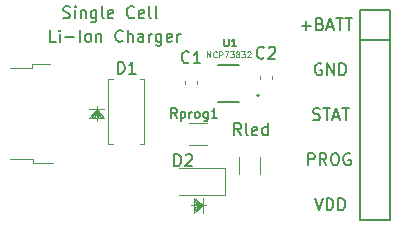
<source format=gbr>
%TF.GenerationSoftware,KiCad,Pcbnew,(6.0.7)*%
%TF.CreationDate,2022-12-26T23:37:46-05:00*%
%TF.ProjectId,Single_Li_Cell_Charger,53696e67-6c65-45f4-9c69-5f43656c6c5f,rev?*%
%TF.SameCoordinates,Original*%
%TF.FileFunction,Legend,Top*%
%TF.FilePolarity,Positive*%
%FSLAX46Y46*%
G04 Gerber Fmt 4.6, Leading zero omitted, Abs format (unit mm)*
G04 Created by KiCad (PCBNEW (6.0.7)) date 2022-12-26 23:37:46*
%MOMM*%
%LPD*%
G01*
G04 APERTURE LIST*
%ADD10C,0.150000*%
%ADD11C,0.125000*%
%ADD12C,0.130000*%
%ADD13C,0.120000*%
%ADD14C,0.127000*%
%ADD15C,0.200000*%
G04 APERTURE END LIST*
D10*
X50292000Y-33020000D02*
X50292000Y-19050000D01*
X47752000Y-33020000D02*
X50292000Y-33020000D01*
X47752000Y-19050000D02*
X47752000Y-33020000D01*
X47752000Y-15240000D02*
X50292000Y-15240000D01*
X50292000Y-15240000D02*
X50292000Y-19050000D01*
X50292000Y-17780000D02*
X47752000Y-17780000D01*
X47752000Y-19050000D02*
X47752000Y-15240000D01*
X21947809Y-17952380D02*
X21471619Y-17952380D01*
X21471619Y-16952380D01*
X22281142Y-17952380D02*
X22281142Y-17285714D01*
X22281142Y-16952380D02*
X22233523Y-17000000D01*
X22281142Y-17047619D01*
X22328761Y-17000000D01*
X22281142Y-16952380D01*
X22281142Y-17047619D01*
X22757333Y-17571428D02*
X23519238Y-17571428D01*
X23995428Y-17952380D02*
X23995428Y-16952380D01*
X24614476Y-17952380D02*
X24519238Y-17904761D01*
X24471619Y-17857142D01*
X24424000Y-17761904D01*
X24424000Y-17476190D01*
X24471619Y-17380952D01*
X24519238Y-17333333D01*
X24614476Y-17285714D01*
X24757333Y-17285714D01*
X24852571Y-17333333D01*
X24900190Y-17380952D01*
X24947809Y-17476190D01*
X24947809Y-17761904D01*
X24900190Y-17857142D01*
X24852571Y-17904761D01*
X24757333Y-17952380D01*
X24614476Y-17952380D01*
X25376380Y-17285714D02*
X25376380Y-17952380D01*
X25376380Y-17380952D02*
X25424000Y-17333333D01*
X25519238Y-17285714D01*
X25662095Y-17285714D01*
X25757333Y-17333333D01*
X25804952Y-17428571D01*
X25804952Y-17952380D01*
X27614476Y-17857142D02*
X27566857Y-17904761D01*
X27424000Y-17952380D01*
X27328761Y-17952380D01*
X27185904Y-17904761D01*
X27090666Y-17809523D01*
X27043047Y-17714285D01*
X26995428Y-17523809D01*
X26995428Y-17380952D01*
X27043047Y-17190476D01*
X27090666Y-17095238D01*
X27185904Y-17000000D01*
X27328761Y-16952380D01*
X27424000Y-16952380D01*
X27566857Y-17000000D01*
X27614476Y-17047619D01*
X28043047Y-17952380D02*
X28043047Y-16952380D01*
X28471619Y-17952380D02*
X28471619Y-17428571D01*
X28424000Y-17333333D01*
X28328761Y-17285714D01*
X28185904Y-17285714D01*
X28090666Y-17333333D01*
X28043047Y-17380952D01*
X29376380Y-17952380D02*
X29376380Y-17428571D01*
X29328761Y-17333333D01*
X29233523Y-17285714D01*
X29043047Y-17285714D01*
X28947809Y-17333333D01*
X29376380Y-17904761D02*
X29281142Y-17952380D01*
X29043047Y-17952380D01*
X28947809Y-17904761D01*
X28900190Y-17809523D01*
X28900190Y-17714285D01*
X28947809Y-17619047D01*
X29043047Y-17571428D01*
X29281142Y-17571428D01*
X29376380Y-17523809D01*
X29852571Y-17952380D02*
X29852571Y-17285714D01*
X29852571Y-17476190D02*
X29900190Y-17380952D01*
X29947809Y-17333333D01*
X30043047Y-17285714D01*
X30138285Y-17285714D01*
X30900190Y-17285714D02*
X30900190Y-18095238D01*
X30852571Y-18190476D01*
X30804952Y-18238095D01*
X30709714Y-18285714D01*
X30566857Y-18285714D01*
X30471619Y-18238095D01*
X30900190Y-17904761D02*
X30804952Y-17952380D01*
X30614476Y-17952380D01*
X30519238Y-17904761D01*
X30471619Y-17857142D01*
X30424000Y-17761904D01*
X30424000Y-17476190D01*
X30471619Y-17380952D01*
X30519238Y-17333333D01*
X30614476Y-17285714D01*
X30804952Y-17285714D01*
X30900190Y-17333333D01*
X31757333Y-17904761D02*
X31662095Y-17952380D01*
X31471619Y-17952380D01*
X31376380Y-17904761D01*
X31328761Y-17809523D01*
X31328761Y-17428571D01*
X31376380Y-17333333D01*
X31471619Y-17285714D01*
X31662095Y-17285714D01*
X31757333Y-17333333D01*
X31804952Y-17428571D01*
X31804952Y-17523809D01*
X31328761Y-17619047D01*
X32233523Y-17952380D02*
X32233523Y-17285714D01*
X32233523Y-17476190D02*
X32281142Y-17380952D01*
X32328761Y-17333333D01*
X32424000Y-17285714D01*
X32519238Y-17285714D01*
X22590619Y-15904761D02*
X22733476Y-15952380D01*
X22971571Y-15952380D01*
X23066809Y-15904761D01*
X23114428Y-15857142D01*
X23162047Y-15761904D01*
X23162047Y-15666666D01*
X23114428Y-15571428D01*
X23066809Y-15523809D01*
X22971571Y-15476190D01*
X22781095Y-15428571D01*
X22685857Y-15380952D01*
X22638238Y-15333333D01*
X22590619Y-15238095D01*
X22590619Y-15142857D01*
X22638238Y-15047619D01*
X22685857Y-15000000D01*
X22781095Y-14952380D01*
X23019190Y-14952380D01*
X23162047Y-15000000D01*
X23590619Y-15952380D02*
X23590619Y-15285714D01*
X23590619Y-14952380D02*
X23543000Y-15000000D01*
X23590619Y-15047619D01*
X23638238Y-15000000D01*
X23590619Y-14952380D01*
X23590619Y-15047619D01*
X24066809Y-15285714D02*
X24066809Y-15952380D01*
X24066809Y-15380952D02*
X24114428Y-15333333D01*
X24209666Y-15285714D01*
X24352523Y-15285714D01*
X24447761Y-15333333D01*
X24495380Y-15428571D01*
X24495380Y-15952380D01*
X25400142Y-15285714D02*
X25400142Y-16095238D01*
X25352523Y-16190476D01*
X25304904Y-16238095D01*
X25209666Y-16285714D01*
X25066809Y-16285714D01*
X24971571Y-16238095D01*
X25400142Y-15904761D02*
X25304904Y-15952380D01*
X25114428Y-15952380D01*
X25019190Y-15904761D01*
X24971571Y-15857142D01*
X24923952Y-15761904D01*
X24923952Y-15476190D01*
X24971571Y-15380952D01*
X25019190Y-15333333D01*
X25114428Y-15285714D01*
X25304904Y-15285714D01*
X25400142Y-15333333D01*
X26019190Y-15952380D02*
X25923952Y-15904761D01*
X25876333Y-15809523D01*
X25876333Y-14952380D01*
X26781095Y-15904761D02*
X26685857Y-15952380D01*
X26495380Y-15952380D01*
X26400142Y-15904761D01*
X26352523Y-15809523D01*
X26352523Y-15428571D01*
X26400142Y-15333333D01*
X26495380Y-15285714D01*
X26685857Y-15285714D01*
X26781095Y-15333333D01*
X26828714Y-15428571D01*
X26828714Y-15523809D01*
X26352523Y-15619047D01*
X28590619Y-15857142D02*
X28543000Y-15904761D01*
X28400142Y-15952380D01*
X28304904Y-15952380D01*
X28162047Y-15904761D01*
X28066809Y-15809523D01*
X28019190Y-15714285D01*
X27971571Y-15523809D01*
X27971571Y-15380952D01*
X28019190Y-15190476D01*
X28066809Y-15095238D01*
X28162047Y-15000000D01*
X28304904Y-14952380D01*
X28400142Y-14952380D01*
X28543000Y-15000000D01*
X28590619Y-15047619D01*
X29400142Y-15904761D02*
X29304904Y-15952380D01*
X29114428Y-15952380D01*
X29019190Y-15904761D01*
X28971571Y-15809523D01*
X28971571Y-15428571D01*
X29019190Y-15333333D01*
X29114428Y-15285714D01*
X29304904Y-15285714D01*
X29400142Y-15333333D01*
X29447761Y-15428571D01*
X29447761Y-15523809D01*
X28971571Y-15619047D01*
X30019190Y-15952380D02*
X29923952Y-15904761D01*
X29876333Y-15809523D01*
X29876333Y-14952380D01*
X30543000Y-15952380D02*
X30447761Y-15904761D01*
X30400142Y-15809523D01*
X30400142Y-14952380D01*
D11*
X34718857Y-19276190D02*
X34718857Y-18776190D01*
X34885523Y-19133333D01*
X35052190Y-18776190D01*
X35052190Y-19276190D01*
X35576000Y-19228571D02*
X35552190Y-19252380D01*
X35480761Y-19276190D01*
X35433142Y-19276190D01*
X35361714Y-19252380D01*
X35314095Y-19204761D01*
X35290285Y-19157142D01*
X35266476Y-19061904D01*
X35266476Y-18990476D01*
X35290285Y-18895238D01*
X35314095Y-18847619D01*
X35361714Y-18800000D01*
X35433142Y-18776190D01*
X35480761Y-18776190D01*
X35552190Y-18800000D01*
X35576000Y-18823809D01*
X35790285Y-19276190D02*
X35790285Y-18776190D01*
X35980761Y-18776190D01*
X36028380Y-18800000D01*
X36052190Y-18823809D01*
X36076000Y-18871428D01*
X36076000Y-18942857D01*
X36052190Y-18990476D01*
X36028380Y-19014285D01*
X35980761Y-19038095D01*
X35790285Y-19038095D01*
X36242666Y-18776190D02*
X36576000Y-18776190D01*
X36361714Y-19276190D01*
X36718857Y-18776190D02*
X37028380Y-18776190D01*
X36861714Y-18966666D01*
X36933142Y-18966666D01*
X36980761Y-18990476D01*
X37004571Y-19014285D01*
X37028380Y-19061904D01*
X37028380Y-19180952D01*
X37004571Y-19228571D01*
X36980761Y-19252380D01*
X36933142Y-19276190D01*
X36790285Y-19276190D01*
X36742666Y-19252380D01*
X36718857Y-19228571D01*
X37314095Y-18990476D02*
X37266476Y-18966666D01*
X37242666Y-18942857D01*
X37218857Y-18895238D01*
X37218857Y-18871428D01*
X37242666Y-18823809D01*
X37266476Y-18800000D01*
X37314095Y-18776190D01*
X37409333Y-18776190D01*
X37456952Y-18800000D01*
X37480761Y-18823809D01*
X37504571Y-18871428D01*
X37504571Y-18895238D01*
X37480761Y-18942857D01*
X37456952Y-18966666D01*
X37409333Y-18990476D01*
X37314095Y-18990476D01*
X37266476Y-19014285D01*
X37242666Y-19038095D01*
X37218857Y-19085714D01*
X37218857Y-19180952D01*
X37242666Y-19228571D01*
X37266476Y-19252380D01*
X37314095Y-19276190D01*
X37409333Y-19276190D01*
X37456952Y-19252380D01*
X37480761Y-19228571D01*
X37504571Y-19180952D01*
X37504571Y-19085714D01*
X37480761Y-19038095D01*
X37456952Y-19014285D01*
X37409333Y-18990476D01*
X37671238Y-18776190D02*
X37980761Y-18776190D01*
X37814095Y-18966666D01*
X37885523Y-18966666D01*
X37933142Y-18990476D01*
X37956952Y-19014285D01*
X37980761Y-19061904D01*
X37980761Y-19180952D01*
X37956952Y-19228571D01*
X37933142Y-19252380D01*
X37885523Y-19276190D01*
X37742666Y-19276190D01*
X37695047Y-19252380D01*
X37671238Y-19228571D01*
X38171238Y-18823809D02*
X38195047Y-18800000D01*
X38242666Y-18776190D01*
X38361714Y-18776190D01*
X38409333Y-18800000D01*
X38433142Y-18823809D01*
X38456952Y-18871428D01*
X38456952Y-18919047D01*
X38433142Y-18990476D01*
X38147428Y-19276190D01*
X38456952Y-19276190D01*
D12*
%TO.C,Rprog1*%
X32188333Y-24399904D02*
X31921666Y-24018952D01*
X31731190Y-24399904D02*
X31731190Y-23599904D01*
X32035952Y-23599904D01*
X32112142Y-23638000D01*
X32150238Y-23676095D01*
X32188333Y-23752285D01*
X32188333Y-23866571D01*
X32150238Y-23942761D01*
X32112142Y-23980857D01*
X32035952Y-24018952D01*
X31731190Y-24018952D01*
X32531190Y-23866571D02*
X32531190Y-24666571D01*
X32531190Y-23904666D02*
X32607380Y-23866571D01*
X32759761Y-23866571D01*
X32835952Y-23904666D01*
X32874047Y-23942761D01*
X32912142Y-24018952D01*
X32912142Y-24247523D01*
X32874047Y-24323714D01*
X32835952Y-24361809D01*
X32759761Y-24399904D01*
X32607380Y-24399904D01*
X32531190Y-24361809D01*
X33255000Y-24399904D02*
X33255000Y-23866571D01*
X33255000Y-24018952D02*
X33293095Y-23942761D01*
X33331190Y-23904666D01*
X33407380Y-23866571D01*
X33483571Y-23866571D01*
X33864523Y-24399904D02*
X33788333Y-24361809D01*
X33750238Y-24323714D01*
X33712142Y-24247523D01*
X33712142Y-24018952D01*
X33750238Y-23942761D01*
X33788333Y-23904666D01*
X33864523Y-23866571D01*
X33978809Y-23866571D01*
X34055000Y-23904666D01*
X34093095Y-23942761D01*
X34131190Y-24018952D01*
X34131190Y-24247523D01*
X34093095Y-24323714D01*
X34055000Y-24361809D01*
X33978809Y-24399904D01*
X33864523Y-24399904D01*
X34816904Y-23866571D02*
X34816904Y-24514190D01*
X34778809Y-24590380D01*
X34740714Y-24628476D01*
X34664523Y-24666571D01*
X34550238Y-24666571D01*
X34474047Y-24628476D01*
X34816904Y-24361809D02*
X34740714Y-24399904D01*
X34588333Y-24399904D01*
X34512142Y-24361809D01*
X34474047Y-24323714D01*
X34435952Y-24247523D01*
X34435952Y-24018952D01*
X34474047Y-23942761D01*
X34512142Y-23904666D01*
X34588333Y-23866571D01*
X34740714Y-23866571D01*
X34816904Y-23904666D01*
X35616904Y-24399904D02*
X35159761Y-24399904D01*
X35388333Y-24399904D02*
X35388333Y-23599904D01*
X35312142Y-23714190D01*
X35235952Y-23790380D01*
X35159761Y-23828476D01*
D10*
%TO.C,J4*%
X43299285Y-28392380D02*
X43299285Y-27392380D01*
X43680238Y-27392380D01*
X43775476Y-27440000D01*
X43823095Y-27487619D01*
X43870714Y-27582857D01*
X43870714Y-27725714D01*
X43823095Y-27820952D01*
X43775476Y-27868571D01*
X43680238Y-27916190D01*
X43299285Y-27916190D01*
X44870714Y-28392380D02*
X44537380Y-27916190D01*
X44299285Y-28392380D02*
X44299285Y-27392380D01*
X44680238Y-27392380D01*
X44775476Y-27440000D01*
X44823095Y-27487619D01*
X44870714Y-27582857D01*
X44870714Y-27725714D01*
X44823095Y-27820952D01*
X44775476Y-27868571D01*
X44680238Y-27916190D01*
X44299285Y-27916190D01*
X45489761Y-27392380D02*
X45680238Y-27392380D01*
X45775476Y-27440000D01*
X45870714Y-27535238D01*
X45918333Y-27725714D01*
X45918333Y-28059047D01*
X45870714Y-28249523D01*
X45775476Y-28344761D01*
X45680238Y-28392380D01*
X45489761Y-28392380D01*
X45394523Y-28344761D01*
X45299285Y-28249523D01*
X45251666Y-28059047D01*
X45251666Y-27725714D01*
X45299285Y-27535238D01*
X45394523Y-27440000D01*
X45489761Y-27392380D01*
X46870714Y-27440000D02*
X46775476Y-27392380D01*
X46632619Y-27392380D01*
X46489761Y-27440000D01*
X46394523Y-27535238D01*
X46346904Y-27630476D01*
X46299285Y-27820952D01*
X46299285Y-27963809D01*
X46346904Y-28154285D01*
X46394523Y-28249523D01*
X46489761Y-28344761D01*
X46632619Y-28392380D01*
X46727857Y-28392380D01*
X46870714Y-28344761D01*
X46918333Y-28297142D01*
X46918333Y-27963809D01*
X46727857Y-27963809D01*
%TO.C,Rled*%
X37647666Y-25852380D02*
X37314333Y-25376190D01*
X37076238Y-25852380D02*
X37076238Y-24852380D01*
X37457190Y-24852380D01*
X37552428Y-24900000D01*
X37600047Y-24947619D01*
X37647666Y-25042857D01*
X37647666Y-25185714D01*
X37600047Y-25280952D01*
X37552428Y-25328571D01*
X37457190Y-25376190D01*
X37076238Y-25376190D01*
X38219095Y-25852380D02*
X38123857Y-25804761D01*
X38076238Y-25709523D01*
X38076238Y-24852380D01*
X38981000Y-25804761D02*
X38885761Y-25852380D01*
X38695285Y-25852380D01*
X38600047Y-25804761D01*
X38552428Y-25709523D01*
X38552428Y-25328571D01*
X38600047Y-25233333D01*
X38695285Y-25185714D01*
X38885761Y-25185714D01*
X38981000Y-25233333D01*
X39028619Y-25328571D01*
X39028619Y-25423809D01*
X38552428Y-25519047D01*
X39885761Y-25852380D02*
X39885761Y-24852380D01*
X39885761Y-25804761D02*
X39790523Y-25852380D01*
X39600047Y-25852380D01*
X39504809Y-25804761D01*
X39457190Y-25757142D01*
X39409571Y-25661904D01*
X39409571Y-25376190D01*
X39457190Y-25280952D01*
X39504809Y-25233333D01*
X39600047Y-25185714D01*
X39790523Y-25185714D01*
X39885761Y-25233333D01*
%TO.C,J3*%
X43735809Y-24534761D02*
X43878666Y-24582380D01*
X44116761Y-24582380D01*
X44212000Y-24534761D01*
X44259619Y-24487142D01*
X44307238Y-24391904D01*
X44307238Y-24296666D01*
X44259619Y-24201428D01*
X44212000Y-24153809D01*
X44116761Y-24106190D01*
X43926285Y-24058571D01*
X43831047Y-24010952D01*
X43783428Y-23963333D01*
X43735809Y-23868095D01*
X43735809Y-23772857D01*
X43783428Y-23677619D01*
X43831047Y-23630000D01*
X43926285Y-23582380D01*
X44164380Y-23582380D01*
X44307238Y-23630000D01*
X44592952Y-23582380D02*
X45164380Y-23582380D01*
X44878666Y-24582380D02*
X44878666Y-23582380D01*
X45450095Y-24296666D02*
X45926285Y-24296666D01*
X45354857Y-24582380D02*
X45688190Y-23582380D01*
X46021523Y-24582380D01*
X46212000Y-23582380D02*
X46783428Y-23582380D01*
X46497714Y-24582380D02*
X46497714Y-23582380D01*
%TO.C,J6*%
X44450095Y-19820000D02*
X44354857Y-19772380D01*
X44212000Y-19772380D01*
X44069142Y-19820000D01*
X43973904Y-19915238D01*
X43926285Y-20010476D01*
X43878666Y-20200952D01*
X43878666Y-20343809D01*
X43926285Y-20534285D01*
X43973904Y-20629523D01*
X44069142Y-20724761D01*
X44212000Y-20772380D01*
X44307238Y-20772380D01*
X44450095Y-20724761D01*
X44497714Y-20677142D01*
X44497714Y-20343809D01*
X44307238Y-20343809D01*
X44926285Y-20772380D02*
X44926285Y-19772380D01*
X45497714Y-20772380D01*
X45497714Y-19772380D01*
X45973904Y-20772380D02*
X45973904Y-19772380D01*
X46212000Y-19772380D01*
X46354857Y-19820000D01*
X46450095Y-19915238D01*
X46497714Y-20010476D01*
X46545333Y-20200952D01*
X46545333Y-20343809D01*
X46497714Y-20534285D01*
X46450095Y-20629523D01*
X46354857Y-20724761D01*
X46212000Y-20772380D01*
X45973904Y-20772380D01*
%TO.C,D1*%
X27201904Y-20645380D02*
X27201904Y-19645380D01*
X27440000Y-19645380D01*
X27582857Y-19693000D01*
X27678095Y-19788238D01*
X27725714Y-19883476D01*
X27773333Y-20073952D01*
X27773333Y-20216809D01*
X27725714Y-20407285D01*
X27678095Y-20502523D01*
X27582857Y-20597761D01*
X27440000Y-20645380D01*
X27201904Y-20645380D01*
X28725714Y-20645380D02*
X28154285Y-20645380D01*
X28440000Y-20645380D02*
X28440000Y-19645380D01*
X28344761Y-19788238D01*
X28249523Y-19883476D01*
X28154285Y-19931095D01*
%TO.C,D2*%
X31991904Y-28484380D02*
X31991904Y-27484380D01*
X32230000Y-27484380D01*
X32372857Y-27532000D01*
X32468095Y-27627238D01*
X32515714Y-27722476D01*
X32563333Y-27912952D01*
X32563333Y-28055809D01*
X32515714Y-28246285D01*
X32468095Y-28341523D01*
X32372857Y-28436761D01*
X32230000Y-28484380D01*
X31991904Y-28484380D01*
X32944285Y-27579619D02*
X32991904Y-27532000D01*
X33087142Y-27484380D01*
X33325238Y-27484380D01*
X33420476Y-27532000D01*
X33468095Y-27579619D01*
X33515714Y-27674857D01*
X33515714Y-27770095D01*
X33468095Y-27912952D01*
X32896666Y-28484380D01*
X33515714Y-28484380D01*
%TO.C,J5*%
X42759571Y-16581428D02*
X43521476Y-16581428D01*
X43140523Y-16962380D02*
X43140523Y-16200476D01*
X44331000Y-16438571D02*
X44473857Y-16486190D01*
X44521476Y-16533809D01*
X44569095Y-16629047D01*
X44569095Y-16771904D01*
X44521476Y-16867142D01*
X44473857Y-16914761D01*
X44378619Y-16962380D01*
X43997666Y-16962380D01*
X43997666Y-15962380D01*
X44331000Y-15962380D01*
X44426238Y-16010000D01*
X44473857Y-16057619D01*
X44521476Y-16152857D01*
X44521476Y-16248095D01*
X44473857Y-16343333D01*
X44426238Y-16390952D01*
X44331000Y-16438571D01*
X43997666Y-16438571D01*
X44950047Y-16676666D02*
X45426238Y-16676666D01*
X44854809Y-16962380D02*
X45188142Y-15962380D01*
X45521476Y-16962380D01*
X45711952Y-15962380D02*
X46283380Y-15962380D01*
X45997666Y-16962380D02*
X45997666Y-15962380D01*
X46473857Y-15962380D02*
X47045285Y-15962380D01*
X46759571Y-16962380D02*
X46759571Y-15962380D01*
%TO.C,C2*%
X39584333Y-19280142D02*
X39536714Y-19327761D01*
X39393857Y-19375380D01*
X39298619Y-19375380D01*
X39155761Y-19327761D01*
X39060523Y-19232523D01*
X39012904Y-19137285D01*
X38965285Y-18946809D01*
X38965285Y-18803952D01*
X39012904Y-18613476D01*
X39060523Y-18518238D01*
X39155761Y-18423000D01*
X39298619Y-18375380D01*
X39393857Y-18375380D01*
X39536714Y-18423000D01*
X39584333Y-18470619D01*
X39965285Y-18470619D02*
X40012904Y-18423000D01*
X40108142Y-18375380D01*
X40346238Y-18375380D01*
X40441476Y-18423000D01*
X40489095Y-18470619D01*
X40536714Y-18565857D01*
X40536714Y-18661095D01*
X40489095Y-18803952D01*
X39917666Y-19375380D01*
X40536714Y-19375380D01*
%TO.C,U1*%
X36215380Y-17683523D02*
X36215380Y-18201619D01*
X36245857Y-18262571D01*
X36276333Y-18293047D01*
X36337285Y-18323523D01*
X36459190Y-18323523D01*
X36520142Y-18293047D01*
X36550619Y-18262571D01*
X36581095Y-18201619D01*
X36581095Y-17683523D01*
X37221095Y-18323523D02*
X36855380Y-18323523D01*
X37038238Y-18323523D02*
X37038238Y-17683523D01*
X36977285Y-17774952D01*
X36916333Y-17835904D01*
X36855380Y-17866380D01*
%TO.C,J2*%
X43878666Y-31202380D02*
X44212000Y-32202380D01*
X44545333Y-31202380D01*
X44878666Y-32202380D02*
X44878666Y-31202380D01*
X45116761Y-31202380D01*
X45259619Y-31250000D01*
X45354857Y-31345238D01*
X45402476Y-31440476D01*
X45450095Y-31630952D01*
X45450095Y-31773809D01*
X45402476Y-31964285D01*
X45354857Y-32059523D01*
X45259619Y-32154761D01*
X45116761Y-32202380D01*
X44878666Y-32202380D01*
X45878666Y-32202380D02*
X45878666Y-31202380D01*
X46116761Y-31202380D01*
X46259619Y-31250000D01*
X46354857Y-31345238D01*
X46402476Y-31440476D01*
X46450095Y-31630952D01*
X46450095Y-31773809D01*
X46402476Y-31964285D01*
X46354857Y-32059523D01*
X46259619Y-32154761D01*
X46116761Y-32202380D01*
X45878666Y-32202380D01*
%TO.C,C1*%
X33234333Y-19661142D02*
X33186714Y-19708761D01*
X33043857Y-19756380D01*
X32948619Y-19756380D01*
X32805761Y-19708761D01*
X32710523Y-19613523D01*
X32662904Y-19518285D01*
X32615285Y-19327809D01*
X32615285Y-19184952D01*
X32662904Y-18994476D01*
X32710523Y-18899238D01*
X32805761Y-18804000D01*
X32948619Y-18756380D01*
X33043857Y-18756380D01*
X33186714Y-18804000D01*
X33234333Y-18851619D01*
X34186714Y-19756380D02*
X33615285Y-19756380D01*
X33901000Y-19756380D02*
X33901000Y-18756380D01*
X33805761Y-18899238D01*
X33710523Y-18994476D01*
X33615285Y-19042095D01*
D13*
%TO.C,J1*%
X20045000Y-28200000D02*
X21720000Y-28200000D01*
X18100000Y-20150000D02*
X19945000Y-20150000D01*
X20045000Y-27850000D02*
X20045000Y-28150000D01*
X18100000Y-27850000D02*
X20045000Y-27850000D01*
X19945000Y-19800000D02*
X21495000Y-19800000D01*
X19945000Y-19800000D02*
X19945000Y-20150000D01*
%TO.C,Rprog1*%
X34727064Y-26691000D02*
X33272936Y-26691000D01*
X34727064Y-24871000D02*
X33272936Y-24871000D01*
%TO.C,Rled*%
X37444000Y-29175064D02*
X37444000Y-27720936D01*
X39264000Y-29175064D02*
X39264000Y-27720936D01*
%TO.C,D1*%
X26781760Y-21107400D02*
X26416000Y-21107400D01*
X25440000Y-23614000D02*
X25313000Y-24376000D01*
X29098240Y-26644600D02*
X29464000Y-26644600D01*
X25440000Y-23614000D02*
X25948000Y-24376000D01*
X25440000Y-23614000D02*
X25821000Y-24376000D01*
X25440000Y-23614000D02*
X24805000Y-24376000D01*
X25440000Y-23614000D02*
X24932000Y-24376000D01*
X25440000Y-23614000D02*
X25567000Y-24376000D01*
X29464000Y-21107400D02*
X29098240Y-21107400D01*
X29464000Y-26644600D02*
X29464000Y-21107400D01*
X25440000Y-24630000D02*
X25440000Y-23360000D01*
X25440000Y-23614000D02*
X25059000Y-24376000D01*
X26416000Y-21107400D02*
X26416000Y-26644600D01*
X25440000Y-23614000D02*
X26075000Y-24376000D01*
X26075000Y-23614000D02*
X24805000Y-23614000D01*
X25440000Y-23614000D02*
X25694000Y-24376000D01*
X26075000Y-24376000D02*
X24805000Y-24376000D01*
X26416000Y-26644600D02*
X26781760Y-26644600D01*
X25440000Y-23614000D02*
X25186000Y-24376000D01*
%TO.C,D2*%
X34385085Y-31808570D02*
X33623085Y-32189570D01*
X34385085Y-31808570D02*
X33623085Y-31300570D01*
X34385085Y-31808570D02*
X33623085Y-32062570D01*
X34385085Y-31808570D02*
X33623085Y-32316570D01*
X33623085Y-32443570D02*
X33623085Y-31173570D01*
X34385085Y-31808570D02*
X33623085Y-31935570D01*
X33369085Y-31808570D02*
X34639085Y-31808570D01*
X34385085Y-31808570D02*
X33623085Y-31427570D01*
X34385085Y-31808570D02*
X33623085Y-31554570D01*
X34385085Y-31808570D02*
X33623085Y-31173570D01*
X34385085Y-31808570D02*
X33623085Y-31681570D01*
X34385085Y-31808570D02*
X33623085Y-32443570D01*
X36285000Y-30945000D02*
X36285000Y-28675000D01*
X36285000Y-28675000D02*
X32400000Y-28675000D01*
X34385085Y-32443570D02*
X34385085Y-31173570D01*
X32400000Y-30945000D02*
X36285000Y-30945000D01*
%TO.C,C2*%
X40261000Y-20864420D02*
X40261000Y-21145580D01*
X39241000Y-20864420D02*
X39241000Y-21145580D01*
D14*
%TO.C,U1*%
X37456000Y-19930000D02*
X35696000Y-19930000D01*
X37456000Y-23070000D02*
X35696000Y-23070000D01*
D15*
X39176000Y-22500000D02*
G75*
G03*
X39176000Y-22500000I-100000J0D01*
G01*
D13*
%TO.C,C1*%
X33911000Y-21232420D02*
X33911000Y-21513580D01*
X32891000Y-21232420D02*
X32891000Y-21513580D01*
%TD*%
M02*

</source>
